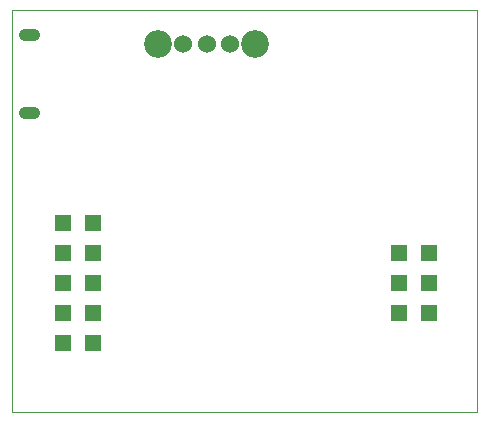
<source format=gbs>
G75*
%MOIN*%
%OFA0B0*%
%FSLAX25Y25*%
%IPPOS*%
%LPD*%
%AMOC8*
5,1,8,0,0,1.08239X$1,22.5*
%
%ADD10C,0.00000*%
%ADD11C,0.03943*%
%ADD12C,0.06000*%
%ADD13C,0.09258*%
%ADD14R,0.05715X0.05715*%
D10*
X0001824Y0001500D02*
X0001824Y0135500D01*
X0156824Y0135500D01*
X0156824Y0001500D01*
X0001824Y0001500D01*
D11*
X0009190Y0101008D02*
X0009190Y0101008D01*
X0006434Y0101008D01*
X0006434Y0101008D01*
X0009190Y0101008D01*
X0009190Y0126992D02*
X0009190Y0126992D01*
X0006434Y0126992D01*
X0006434Y0126992D01*
X0009190Y0126992D01*
D12*
X0058924Y0124000D03*
X0066824Y0124000D03*
X0074724Y0124000D03*
D13*
X0082974Y0124000D03*
X0050674Y0124000D03*
D14*
X0028824Y0064500D03*
X0018824Y0064500D03*
X0018824Y0054500D03*
X0028824Y0054500D03*
X0028824Y0044500D03*
X0028824Y0034500D03*
X0018824Y0034500D03*
X0018824Y0044500D03*
X0018824Y0024500D03*
X0028824Y0024500D03*
X0130824Y0034500D03*
X0140824Y0034500D03*
X0140824Y0044500D03*
X0140824Y0054500D03*
X0130824Y0054500D03*
X0130824Y0044500D03*
M02*

</source>
